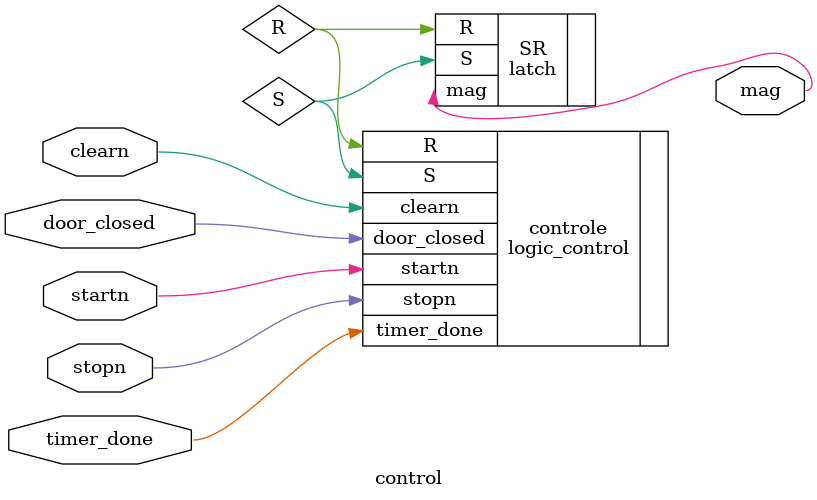
<source format=v>

module control (
    startn,stopn,clearn,door_closed,timer_done,
    mag
);

    input  startn,stopn,clearn,door_closed,timer_done;
    output wire mag;
    wire  R,S;

       

    logic_control controle(.startn(startn),.stopn(stopn),.clearn(clearn),.door_closed(door_closed),.timer_done(timer_done),.S(S),.R(R));
    latch SR(.S(S),.R(R),.mag(mag));


endmodule
</source>
